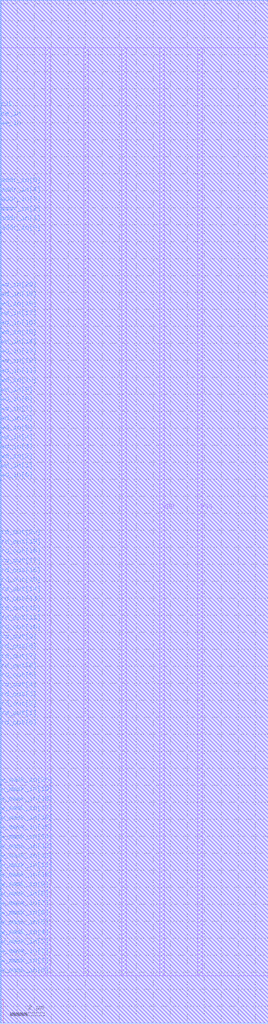
<source format=lef>
VERSION 5.7 ;
BUSBITCHARS "[]" ;
MACRO fakeram45_64x21_bottom
  FOREIGN fakeram45_64x21_bottom 0 0 ;
  SYMMETRY X Y R90 ;
  SIZE 0.19 BY 1.4 ;
  CLASS BLOCK ;
  PIN w_mask_in[0]
    DIRECTION INPUT ;
    USE SIGNAL ;
    SHAPE ABUTMENT ;
    PORT
      LAYER metal3 ;
      RECT 0.000 2.800 0.070 2.870 ;
    END
  END w_mask_in[0]
  PIN w_mask_in[1]
    DIRECTION INPUT ;
    USE SIGNAL ;
    SHAPE ABUTMENT ;
    PORT
      LAYER metal3 ;
      RECT 0.000 3.360 0.070 3.430 ;
    END
  END w_mask_in[1]
  PIN w_mask_in[2]
    DIRECTION INPUT ;
    USE SIGNAL ;
    SHAPE ABUTMENT ;
    PORT
      LAYER metal3 ;
      RECT 0.000 3.920 0.070 3.990 ;
    END
  END w_mask_in[2]
  PIN w_mask_in[3]
    DIRECTION INPUT ;
    USE SIGNAL ;
    SHAPE ABUTMENT ;
    PORT
      LAYER metal3 ;
      RECT 0.000 4.480 0.070 4.550 ;
    END
  END w_mask_in[3]
  PIN w_mask_in[4]
    DIRECTION INPUT ;
    USE SIGNAL ;
    SHAPE ABUTMENT ;
    PORT
      LAYER metal3 ;
      RECT 0.000 5.040 0.070 5.110 ;
    END
  END w_mask_in[4]
  PIN w_mask_in[5]
    DIRECTION INPUT ;
    USE SIGNAL ;
    SHAPE ABUTMENT ;
    PORT
      LAYER metal3 ;
      RECT 0.000 5.600 0.070 5.670 ;
    END
  END w_mask_in[5]
  PIN w_mask_in[6]
    DIRECTION INPUT ;
    USE SIGNAL ;
    SHAPE ABUTMENT ;
    PORT
      LAYER metal3 ;
      RECT 0.000 6.160 0.070 6.230 ;
    END
  END w_mask_in[6]
  PIN w_mask_in[7]
    DIRECTION INPUT ;
    USE SIGNAL ;
    SHAPE ABUTMENT ;
    PORT
      LAYER metal3 ;
      RECT 0.000 6.720 0.070 6.790 ;
    END
  END w_mask_in[7]
  PIN w_mask_in[8]
    DIRECTION INPUT ;
    USE SIGNAL ;
    SHAPE ABUTMENT ;
    PORT
      LAYER metal3 ;
      RECT 0.000 7.280 0.070 7.350 ;
    END
  END w_mask_in[8]
  PIN w_mask_in[9]
    DIRECTION INPUT ;
    USE SIGNAL ;
    SHAPE ABUTMENT ;
    PORT
      LAYER metal3 ;
      RECT 0.000 7.840 0.070 7.910 ;
    END
  END w_mask_in[9]
  PIN w_mask_in[10]
    DIRECTION INPUT ;
    USE SIGNAL ;
    SHAPE ABUTMENT ;
    PORT
      LAYER metal3 ;
      RECT 0.000 8.400 0.070 8.470 ;
    END
  END w_mask_in[10]
  PIN w_mask_in[11]
    DIRECTION INPUT ;
    USE SIGNAL ;
    SHAPE ABUTMENT ;
    PORT
      LAYER metal3 ;
      RECT 0.000 8.960 0.070 9.030 ;
    END
  END w_mask_in[11]
  PIN w_mask_in[12]
    DIRECTION INPUT ;
    USE SIGNAL ;
    SHAPE ABUTMENT ;
    PORT
      LAYER metal3 ;
      RECT 0.000 9.520 0.070 9.590 ;
    END
  END w_mask_in[12]
  PIN w_mask_in[13]
    DIRECTION INPUT ;
    USE SIGNAL ;
    SHAPE ABUTMENT ;
    PORT
      LAYER metal3 ;
      RECT 0.000 10.080 0.070 10.150 ;
    END
  END w_mask_in[13]
  PIN w_mask_in[14]
    DIRECTION INPUT ;
    USE SIGNAL ;
    SHAPE ABUTMENT ;
    PORT
      LAYER metal3 ;
      RECT 0.000 10.640 0.070 10.710 ;
    END
  END w_mask_in[14]
  PIN w_mask_in[15]
    DIRECTION INPUT ;
    USE SIGNAL ;
    SHAPE ABUTMENT ;
    PORT
      LAYER metal3 ;
      RECT 0.000 11.200 0.070 11.270 ;
    END
  END w_mask_in[15]
  PIN w_mask_in[16]
    DIRECTION INPUT ;
    USE SIGNAL ;
    SHAPE ABUTMENT ;
    PORT
      LAYER metal3 ;
      RECT 0.000 11.760 0.070 11.830 ;
    END
  END w_mask_in[16]
  PIN w_mask_in[17]
    DIRECTION INPUT ;
    USE SIGNAL ;
    SHAPE ABUTMENT ;
    PORT
      LAYER metal3 ;
      RECT 0.000 12.320 0.070 12.390 ;
    END
  END w_mask_in[17]
  PIN w_mask_in[18]
    DIRECTION INPUT ;
    USE SIGNAL ;
    SHAPE ABUTMENT ;
    PORT
      LAYER metal3 ;
      RECT 0.000 12.880 0.070 12.950 ;
    END
  END w_mask_in[18]
  PIN w_mask_in[19]
    DIRECTION INPUT ;
    USE SIGNAL ;
    SHAPE ABUTMENT ;
    PORT
      LAYER metal3 ;
      RECT 0.000 13.440 0.070 13.510 ;
    END
  END w_mask_in[19]
  PIN w_mask_in[20]
    DIRECTION INPUT ;
    USE SIGNAL ;
    SHAPE ABUTMENT ;
    PORT
      LAYER metal3 ;
      RECT 0.000 14.000 0.070 14.070 ;
    END
  END w_mask_in[20]
  PIN rd_out[0]
    DIRECTION OUTPUT ;
    USE SIGNAL ;
    SHAPE ABUTMENT ;
    PORT
      LAYER metal3 ;
      RECT 0.000 17.360 0.070 17.430 ;
    END
  END rd_out[0]
  PIN rd_out[1]
    DIRECTION OUTPUT ;
    USE SIGNAL ;
    SHAPE ABUTMENT ;
    PORT
      LAYER metal3 ;
      RECT 0.000 17.920 0.070 17.990 ;
    END
  END rd_out[1]
  PIN rd_out[2]
    DIRECTION OUTPUT ;
    USE SIGNAL ;
    SHAPE ABUTMENT ;
    PORT
      LAYER metal3 ;
      RECT 0.000 18.480 0.070 18.550 ;
    END
  END rd_out[2]
  PIN rd_out[3]
    DIRECTION OUTPUT ;
    USE SIGNAL ;
    SHAPE ABUTMENT ;
    PORT
      LAYER metal3 ;
      RECT 0.000 19.040 0.070 19.110 ;
    END
  END rd_out[3]
  PIN rd_out[4]
    DIRECTION OUTPUT ;
    USE SIGNAL ;
    SHAPE ABUTMENT ;
    PORT
      LAYER metal3 ;
      RECT 0.000 19.600 0.070 19.670 ;
    END
  END rd_out[4]
  PIN rd_out[5]
    DIRECTION OUTPUT ;
    USE SIGNAL ;
    SHAPE ABUTMENT ;
    PORT
      LAYER metal3 ;
      RECT 0.000 20.160 0.070 20.230 ;
    END
  END rd_out[5]
  PIN rd_out[6]
    DIRECTION OUTPUT ;
    USE SIGNAL ;
    SHAPE ABUTMENT ;
    PORT
      LAYER metal3 ;
      RECT 0.000 20.720 0.070 20.790 ;
    END
  END rd_out[6]
  PIN rd_out[7]
    DIRECTION OUTPUT ;
    USE SIGNAL ;
    SHAPE ABUTMENT ;
    PORT
      LAYER metal3 ;
      RECT 0.000 21.280 0.070 21.350 ;
    END
  END rd_out[7]
  PIN rd_out[8]
    DIRECTION OUTPUT ;
    USE SIGNAL ;
    SHAPE ABUTMENT ;
    PORT
      LAYER metal3 ;
      RECT 0.000 21.840 0.070 21.910 ;
    END
  END rd_out[8]
  PIN rd_out[9]
    DIRECTION OUTPUT ;
    USE SIGNAL ;
    SHAPE ABUTMENT ;
    PORT
      LAYER metal3 ;
      RECT 0.000 22.400 0.070 22.470 ;
    END
  END rd_out[9]
  PIN rd_out[10]
    DIRECTION OUTPUT ;
    USE SIGNAL ;
    SHAPE ABUTMENT ;
    PORT
      LAYER metal3 ;
      RECT 0.000 22.960 0.070 23.030 ;
    END
  END rd_out[10]
  PIN rd_out[11]
    DIRECTION OUTPUT ;
    USE SIGNAL ;
    SHAPE ABUTMENT ;
    PORT
      LAYER metal3 ;
      RECT 0.000 23.520 0.070 23.590 ;
    END
  END rd_out[11]
  PIN rd_out[12]
    DIRECTION OUTPUT ;
    USE SIGNAL ;
    SHAPE ABUTMENT ;
    PORT
      LAYER metal3 ;
      RECT 0.000 24.080 0.070 24.150 ;
    END
  END rd_out[12]
  PIN rd_out[13]
    DIRECTION OUTPUT ;
    USE SIGNAL ;
    SHAPE ABUTMENT ;
    PORT
      LAYER metal3 ;
      RECT 0.000 24.640 0.070 24.710 ;
    END
  END rd_out[13]
  PIN rd_out[14]
    DIRECTION OUTPUT ;
    USE SIGNAL ;
    SHAPE ABUTMENT ;
    PORT
      LAYER metal3 ;
      RECT 0.000 25.200 0.070 25.270 ;
    END
  END rd_out[14]
  PIN rd_out[15]
    DIRECTION OUTPUT ;
    USE SIGNAL ;
    SHAPE ABUTMENT ;
    PORT
      LAYER metal3 ;
      RECT 0.000 25.760 0.070 25.830 ;
    END
  END rd_out[15]
  PIN rd_out[16]
    DIRECTION OUTPUT ;
    USE SIGNAL ;
    SHAPE ABUTMENT ;
    PORT
      LAYER metal3 ;
      RECT 0.000 26.320 0.070 26.390 ;
    END
  END rd_out[16]
  PIN rd_out[17]
    DIRECTION OUTPUT ;
    USE SIGNAL ;
    SHAPE ABUTMENT ;
    PORT
      LAYER metal3 ;
      RECT 0.000 26.880 0.070 26.950 ;
    END
  END rd_out[17]
  PIN rd_out[18]
    DIRECTION OUTPUT ;
    USE SIGNAL ;
    SHAPE ABUTMENT ;
    PORT
      LAYER metal3 ;
      RECT 0.000 27.440 0.070 27.510 ;
    END
  END rd_out[18]
  PIN rd_out[19]
    DIRECTION OUTPUT ;
    USE SIGNAL ;
    SHAPE ABUTMENT ;
    PORT
      LAYER metal3 ;
      RECT 0.000 28.000 0.070 28.070 ;
    END
  END rd_out[19]
  PIN rd_out[20]
    DIRECTION OUTPUT ;
    USE SIGNAL ;
    SHAPE ABUTMENT ;
    PORT
      LAYER metal3 ;
      RECT 0.000 28.560 0.070 28.630 ;
    END
  END rd_out[20]
  PIN wd_in[0]
    DIRECTION INPUT ;
    USE SIGNAL ;
    SHAPE ABUTMENT ;
    PORT
      LAYER metal3 ;
      RECT 0.000 31.920 0.070 31.990 ;
    END
  END wd_in[0]
  PIN wd_in[1]
    DIRECTION INPUT ;
    USE SIGNAL ;
    SHAPE ABUTMENT ;
    PORT
      LAYER metal3 ;
      RECT 0.000 32.480 0.070 32.550 ;
    END
  END wd_in[1]
  PIN wd_in[2]
    DIRECTION INPUT ;
    USE SIGNAL ;
    SHAPE ABUTMENT ;
    PORT
      LAYER metal3 ;
      RECT 0.000 33.040 0.070 33.110 ;
    END
  END wd_in[2]
  PIN wd_in[3]
    DIRECTION INPUT ;
    USE SIGNAL ;
    SHAPE ABUTMENT ;
    PORT
      LAYER metal3 ;
      RECT 0.000 33.600 0.070 33.670 ;
    END
  END wd_in[3]
  PIN wd_in[4]
    DIRECTION INPUT ;
    USE SIGNAL ;
    SHAPE ABUTMENT ;
    PORT
      LAYER metal3 ;
      RECT 0.000 34.160 0.070 34.230 ;
    END
  END wd_in[4]
  PIN wd_in[5]
    DIRECTION INPUT ;
    USE SIGNAL ;
    SHAPE ABUTMENT ;
    PORT
      LAYER metal3 ;
      RECT 0.000 34.720 0.070 34.790 ;
    END
  END wd_in[5]
  PIN wd_in[6]
    DIRECTION INPUT ;
    USE SIGNAL ;
    SHAPE ABUTMENT ;
    PORT
      LAYER metal3 ;
      RECT 0.000 35.280 0.070 35.350 ;
    END
  END wd_in[6]
  PIN wd_in[7]
    DIRECTION INPUT ;
    USE SIGNAL ;
    SHAPE ABUTMENT ;
    PORT
      LAYER metal3 ;
      RECT 0.000 35.840 0.070 35.910 ;
    END
  END wd_in[7]
  PIN wd_in[8]
    DIRECTION INPUT ;
    USE SIGNAL ;
    SHAPE ABUTMENT ;
    PORT
      LAYER metal3 ;
      RECT 0.000 36.400 0.070 36.470 ;
    END
  END wd_in[8]
  PIN wd_in[9]
    DIRECTION INPUT ;
    USE SIGNAL ;
    SHAPE ABUTMENT ;
    PORT
      LAYER metal3 ;
      RECT 0.000 36.960 0.070 37.030 ;
    END
  END wd_in[9]
  PIN wd_in[10]
    DIRECTION INPUT ;
    USE SIGNAL ;
    SHAPE ABUTMENT ;
    PORT
      LAYER metal3 ;
      RECT 0.000 37.520 0.070 37.590 ;
    END
  END wd_in[10]
  PIN wd_in[11]
    DIRECTION INPUT ;
    USE SIGNAL ;
    SHAPE ABUTMENT ;
    PORT
      LAYER metal3 ;
      RECT 0.000 38.080 0.070 38.150 ;
    END
  END wd_in[11]
  PIN wd_in[12]
    DIRECTION INPUT ;
    USE SIGNAL ;
    SHAPE ABUTMENT ;
    PORT
      LAYER metal3 ;
      RECT 0.000 38.640 0.070 38.710 ;
    END
  END wd_in[12]
  PIN wd_in[13]
    DIRECTION INPUT ;
    USE SIGNAL ;
    SHAPE ABUTMENT ;
    PORT
      LAYER metal3 ;
      RECT 0.000 39.200 0.070 39.270 ;
    END
  END wd_in[13]
  PIN wd_in[14]
    DIRECTION INPUT ;
    USE SIGNAL ;
    SHAPE ABUTMENT ;
    PORT
      LAYER metal3 ;
      RECT 0.000 39.760 0.070 39.830 ;
    END
  END wd_in[14]
  PIN wd_in[15]
    DIRECTION INPUT ;
    USE SIGNAL ;
    SHAPE ABUTMENT ;
    PORT
      LAYER metal3 ;
      RECT 0.000 40.320 0.070 40.390 ;
    END
  END wd_in[15]
  PIN wd_in[16]
    DIRECTION INPUT ;
    USE SIGNAL ;
    SHAPE ABUTMENT ;
    PORT
      LAYER metal3 ;
      RECT 0.000 40.880 0.070 40.950 ;
    END
  END wd_in[16]
  PIN wd_in[17]
    DIRECTION INPUT ;
    USE SIGNAL ;
    SHAPE ABUTMENT ;
    PORT
      LAYER metal3 ;
      RECT 0.000 41.440 0.070 41.510 ;
    END
  END wd_in[17]
  PIN wd_in[18]
    DIRECTION INPUT ;
    USE SIGNAL ;
    SHAPE ABUTMENT ;
    PORT
      LAYER metal3 ;
      RECT 0.000 42.000 0.070 42.070 ;
    END
  END wd_in[18]
  PIN wd_in[19]
    DIRECTION INPUT ;
    USE SIGNAL ;
    SHAPE ABUTMENT ;
    PORT
      LAYER metal3 ;
      RECT 0.000 42.560 0.070 42.630 ;
    END
  END wd_in[19]
  PIN wd_in[20]
    DIRECTION INPUT ;
    USE SIGNAL ;
    SHAPE ABUTMENT ;
    PORT
      LAYER metal3 ;
      RECT 0.000 43.120 0.070 43.190 ;
    END
  END wd_in[20]
  PIN addr_in[0]
    DIRECTION INPUT ;
    USE SIGNAL ;
    SHAPE ABUTMENT ;
    PORT
      LAYER metal3 ;
      RECT 0.000 46.480 0.070 46.550 ;
    END
  END addr_in[0]
  PIN addr_in[1]
    DIRECTION INPUT ;
    USE SIGNAL ;
    SHAPE ABUTMENT ;
    PORT
      LAYER metal3 ;
      RECT 0.000 47.040 0.070 47.110 ;
    END
  END addr_in[1]
  PIN addr_in[2]
    DIRECTION INPUT ;
    USE SIGNAL ;
    SHAPE ABUTMENT ;
    PORT
      LAYER metal3 ;
      RECT 0.000 47.600 0.070 47.670 ;
    END
  END addr_in[2]
  PIN addr_in[3]
    DIRECTION INPUT ;
    USE SIGNAL ;
    SHAPE ABUTMENT ;
    PORT
      LAYER metal3 ;
      RECT 0.000 48.160 0.070 48.230 ;
    END
  END addr_in[3]
  PIN addr_in[4]
    DIRECTION INPUT ;
    USE SIGNAL ;
    SHAPE ABUTMENT ;
    PORT
      LAYER metal3 ;
      RECT 0.000 48.720 0.070 48.790 ;
    END
  END addr_in[4]
  PIN addr_in[5]
    DIRECTION INPUT ;
    USE SIGNAL ;
    SHAPE ABUTMENT ;
    PORT
      LAYER metal3 ;
      RECT 0.000 49.280 0.070 49.350 ;
    END
  END addr_in[5]
  PIN we_in
    DIRECTION INPUT ;
    USE SIGNAL ;
    SHAPE ABUTMENT ;
    PORT
      LAYER metal3 ;
      RECT 0.000 52.640 0.070 52.710 ;
    END
  END we_in
  PIN ce_in
    DIRECTION INPUT ;
    USE SIGNAL ;
    SHAPE ABUTMENT ;
    PORT
      LAYER metal3 ;
      RECT 0.000 53.200 0.070 53.270 ;
    END
  END ce_in
  PIN clk
    DIRECTION INPUT ;
    USE SIGNAL ;
    SHAPE ABUTMENT ;
    PORT
      LAYER metal3 ;
      RECT 0.000 53.760 0.070 53.830 ;
    END
  END clk
  PIN VSS
    DIRECTION INOUT ;
    USE GROUND ;
    PORT
      LAYER metal17 ;
      RECT 2.660 2.800 2.940 57.400 ;
      RECT 7.140 2.800 7.420 57.400 ;
      RECT 11.620 2.800 11.900 57.400 ;
    END
  END VSS
  PIN VDD
    DIRECTION INOUT ;
    USE POWER ;
    PORT
      LAYER metal17 ;
      RECT 4.900 2.800 5.180 57.400 ;
      RECT 9.380 2.800 9.660 57.400 ;
    END
  END VDD
  OBS
    LAYER metal20 ;
    RECT 0 0 15.770 60.200 ;
    LAYER metal19 ;
    RECT 0 0 15.770 60.200 ;
    LAYER metal3 ;
    RECT 0.070 0 15.770 60.200 ;
    RECT 0 0.000 0.070 2.800 ;
    RECT 0 2.870 0.070 3.360 ;
    RECT 0 3.430 0.070 3.920 ;
    RECT 0 3.990 0.070 4.480 ;
    RECT 0 4.550 0.070 5.040 ;
    RECT 0 5.110 0.070 5.600 ;
    RECT 0 5.670 0.070 6.160 ;
    RECT 0 6.230 0.070 6.720 ;
    RECT 0 6.790 0.070 7.280 ;
    RECT 0 7.350 0.070 7.840 ;
    RECT 0 7.910 0.070 8.400 ;
    RECT 0 8.470 0.070 8.960 ;
    RECT 0 9.030 0.070 9.520 ;
    RECT 0 9.590 0.070 10.080 ;
    RECT 0 10.150 0.070 10.640 ;
    RECT 0 10.710 0.070 11.200 ;
    RECT 0 11.270 0.070 11.760 ;
    RECT 0 11.830 0.070 12.320 ;
    RECT 0 12.390 0.070 12.880 ;
    RECT 0 12.950 0.070 13.440 ;
    RECT 0 13.510 0.070 14.000 ;
    RECT 0 14.070 0.070 17.360 ;
    RECT 0 17.430 0.070 17.920 ;
    RECT 0 17.990 0.070 18.480 ;
    RECT 0 18.550 0.070 19.040 ;
    RECT 0 19.110 0.070 19.600 ;
    RECT 0 19.670 0.070 20.160 ;
    RECT 0 20.230 0.070 20.720 ;
    RECT 0 20.790 0.070 21.280 ;
    RECT 0 21.350 0.070 21.840 ;
    RECT 0 21.910 0.070 22.400 ;
    RECT 0 22.470 0.070 22.960 ;
    RECT 0 23.030 0.070 23.520 ;
    RECT 0 23.590 0.070 24.080 ;
    RECT 0 24.150 0.070 24.640 ;
    RECT 0 24.710 0.070 25.200 ;
    RECT 0 25.270 0.070 25.760 ;
    RECT 0 25.830 0.070 26.320 ;
    RECT 0 26.390 0.070 26.880 ;
    RECT 0 26.950 0.070 27.440 ;
    RECT 0 27.510 0.070 28.000 ;
    RECT 0 28.070 0.070 28.560 ;
    RECT 0 28.630 0.070 31.920 ;
    RECT 0 31.990 0.070 32.480 ;
    RECT 0 32.550 0.070 33.040 ;
    RECT 0 33.110 0.070 33.600 ;
    RECT 0 33.670 0.070 34.160 ;
    RECT 0 34.230 0.070 34.720 ;
    RECT 0 34.790 0.070 35.280 ;
    RECT 0 35.350 0.070 35.840 ;
    RECT 0 35.910 0.070 36.400 ;
    RECT 0 36.470 0.070 36.960 ;
    RECT 0 37.030 0.070 37.520 ;
    RECT 0 37.590 0.070 38.080 ;
    RECT 0 38.150 0.070 38.640 ;
    RECT 0 38.710 0.070 39.200 ;
    RECT 0 39.270 0.070 39.760 ;
    RECT 0 39.830 0.070 40.320 ;
    RECT 0 40.390 0.070 40.880 ;
    RECT 0 40.950 0.070 41.440 ;
    RECT 0 41.510 0.070 42.000 ;
    RECT 0 42.070 0.070 42.560 ;
    RECT 0 42.630 0.070 43.120 ;
    RECT 0 43.190 0.070 46.480 ;
    RECT 0 46.550 0.070 47.040 ;
    RECT 0 47.110 0.070 47.600 ;
    RECT 0 47.670 0.070 48.160 ;
    RECT 0 48.230 0.070 48.720 ;
    RECT 0 48.790 0.070 49.280 ;
    RECT 0 49.350 0.070 52.640 ;
    RECT 0 52.710 0.070 53.200 ;
    RECT 0 53.270 0.070 53.760 ;
    RECT 0 53.830 0.070 60.200 ;
    LAYER metal17 ;
    RECT 0 0 15.770 2.800 ;
    RECT 0 57.400 15.770 60.200 ;
    RECT 0.000 2.800 2.660 57.400 ;
    RECT 2.940 2.800 4.900 57.400 ;
    RECT 5.180 2.800 7.140 57.400 ;
    RECT 7.420 2.800 9.380 57.400 ;
    RECT 9.660 2.800 11.620 57.400 ;
    RECT 11.900 2.800 15.770 57.400 ;
  END
END fakeram45_64x21_bottom

END LIBRARY

</source>
